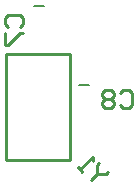
<source format=gbo>
%FSLAX24Y24*%
%MOIN*%
G70*
G01*
G75*
G04 Layer_Color=32896*
%ADD10C,0.0140*%
%ADD11C,0.0060*%
%ADD12C,0.0100*%
%ADD13C,0.0160*%
G04:AMPARAMS|DCode=14|XSize=39.4mil|YSize=43.3mil|CornerRadius=0mil|HoleSize=0mil|Usage=FLASHONLY|Rotation=45.000|XOffset=0mil|YOffset=0mil|HoleType=Round|Shape=Rectangle|*
%AMROTATEDRECTD14*
4,1,4,0.0014,-0.0292,-0.0292,0.0014,-0.0014,0.0292,0.0292,-0.0014,0.0014,-0.0292,0.0*
%
%ADD14ROTATEDRECTD14*%

%ADD15R,0.0433X0.0394*%
%ADD16R,0.0394X0.0433*%
G04:AMPARAMS|DCode=17|XSize=31.5mil|YSize=74.8mil|CornerRadius=0mil|HoleSize=0mil|Usage=FLASHONLY|Rotation=45.000|XOffset=0mil|YOffset=0mil|HoleType=Round|Shape=Round|*
%AMOVALD17*
21,1,0.0433,0.0315,0.0000,0.0000,135.0*
1,1,0.0315,0.0153,-0.0153*
1,1,0.0315,-0.0153,0.0153*
%
%ADD17OVALD17*%

G04:AMPARAMS|DCode=18|XSize=31.5mil|YSize=74.8mil|CornerRadius=0mil|HoleSize=0mil|Usage=FLASHONLY|Rotation=135.000|XOffset=0mil|YOffset=0mil|HoleType=Round|Shape=Round|*
%AMOVALD18*
21,1,0.0433,0.0315,0.0000,0.0000,225.0*
1,1,0.0315,0.0153,0.0153*
1,1,0.0315,-0.0153,-0.0153*
%
%ADD18OVALD18*%

%ADD19R,0.0400X0.1000*%
%ADD20R,0.0197X0.1417*%
%ADD21R,0.0571X0.0276*%
%ADD22C,0.0460*%
%ADD23R,0.0500X0.0500*%
%ADD24C,0.0500*%
%ADD25C,0.0530*%
%ADD26R,0.0530X0.0530*%
%ADD27C,0.0240*%
%ADD28C,0.1500*%
%ADD29C,0.0400*%
%ADD30C,0.0400*%
G04:AMPARAMS|DCode=31|XSize=69mil|YSize=69mil|CornerRadius=0mil|HoleSize=0mil|Usage=FLASHONLY|Rotation=0.000|XOffset=0mil|YOffset=0mil|HoleType=Round|Shape=Relief|Width=8mil|Gap=10mil|Entries=4|*
%AMTHD31*
7,0,0,0.0690,0.0490,0.0080,45*
%
%ADD31THD31*%
%ADD32C,0.0570*%
G04:AMPARAMS|DCode=33|XSize=72.992mil|YSize=72.992mil|CornerRadius=0mil|HoleSize=0mil|Usage=FLASHONLY|Rotation=0.000|XOffset=0mil|YOffset=0mil|HoleType=Round|Shape=Relief|Width=8mil|Gap=10mil|Entries=4|*
%AMTHD33*
7,0,0,0.0730,0.0530,0.0080,45*
%
%ADD33THD33*%
%ADD34C,0.0594*%
G04:AMPARAMS|DCode=35|XSize=75.433mil|YSize=75.433mil|CornerRadius=0mil|HoleSize=0mil|Usage=FLASHONLY|Rotation=0.000|XOffset=0mil|YOffset=0mil|HoleType=Round|Shape=Relief|Width=8mil|Gap=10mil|Entries=4|*
%AMTHD35*
7,0,0,0.0754,0.0554,0.0080,45*
%
%ADD35THD35*%
%ADD36C,0.0320*%
%ADD37C,0.0440*%
%ADD38R,0.0669X0.0827*%
%ADD39C,0.0098*%
%ADD40C,0.0197*%
%ADD41C,0.0010*%
%ADD42C,0.0018*%
%ADD43C,0.0020*%
%ADD44C,0.0002*%
%ADD45C,0.0079*%
%ADD46C,0.0060*%
%ADD47R,0.0257X0.1477*%
%ADD48C,0.0520*%
%ADD49C,0.1560*%
%ADD50R,0.0729X0.0887*%
D12*
X4849Y2297D02*
Y5841D01*
Y2297D02*
X6975D01*
Y5841D01*
X4849D02*
X6975D01*
X4900Y6750D02*
X4800Y6850D01*
Y7050D01*
X4900Y7150D01*
X5300D01*
X5400Y7050D01*
Y6850D01*
X5300Y6750D01*
X4800Y6550D02*
Y6150D01*
X4900D01*
X5300Y6550D01*
X5400D01*
X8650Y4550D02*
X8750Y4650D01*
X8950D01*
X9050Y4550D01*
Y4150D01*
X8950Y4050D01*
X8750D01*
X8650Y4150D01*
X8450Y4550D02*
X8350Y4650D01*
X8150D01*
X8050Y4550D01*
Y4450D01*
X8150Y4350D01*
X8050Y4250D01*
Y4150D01*
X8150Y4050D01*
X8350D01*
X8450Y4150D01*
Y4250D01*
X8350Y4350D01*
X8450Y4450D01*
Y4550D01*
X8350Y4350D02*
X8150D01*
X8228Y1926D02*
X8158Y1856D01*
X7875D01*
X7875Y2139D01*
X7946Y2209D01*
X7875Y1856D02*
X7663Y1644D01*
X7380Y1926D02*
X7239Y2068D01*
X7309Y1997D01*
X7733Y2421D01*
Y2280D01*
D45*
X7285Y4800D02*
X7600D01*
X5785Y7450D02*
X6100D01*
M02*

</source>
